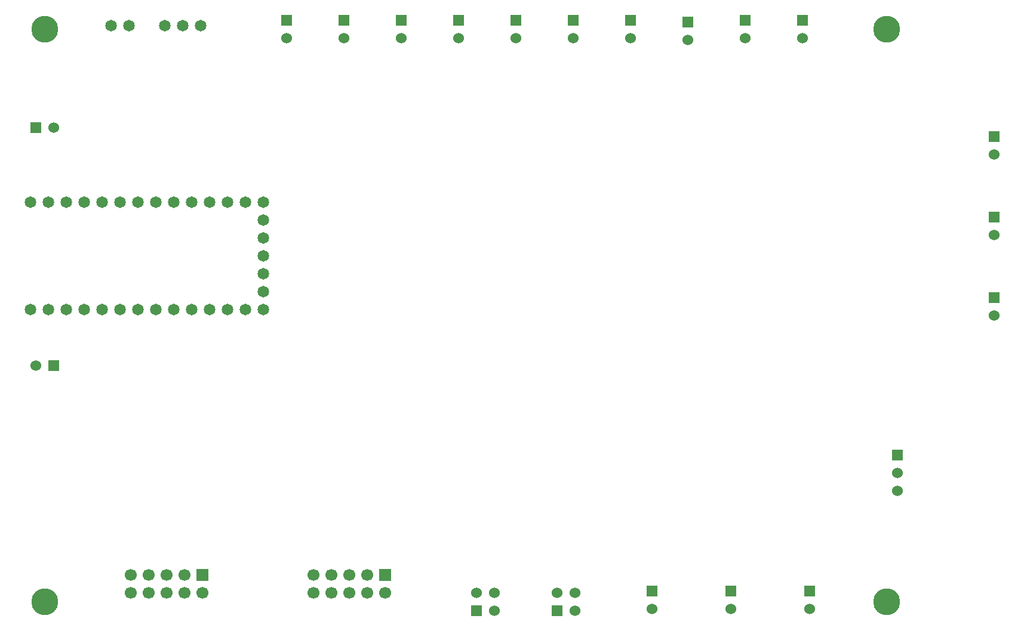
<source format=gbs>
%TF.GenerationSoftware,KiCad,Pcbnew,5.1.7-a382d34a8~87~ubuntu18.04.1*%
%TF.CreationDate,2022-10-25T18:28:54-07:00*%
%TF.ProjectId,potentiostat,706f7465-6e74-4696-9f73-7461742e6b69,rev?*%
%TF.SameCoordinates,Original*%
%TF.FileFunction,Soldermask,Bot*%
%TF.FilePolarity,Negative*%
%FSLAX46Y46*%
G04 Gerber Fmt 4.6, Leading zero omitted, Abs format (unit mm)*
G04 Created by KiCad (PCBNEW 5.1.7-a382d34a8~87~ubuntu18.04.1) date 2022-10-25 18:28:54*
%MOMM*%
%LPD*%
G01*
G04 APERTURE LIST*
%ADD10C,1.651000*%
%ADD11R,1.524000X1.524000*%
%ADD12C,1.524000*%
%ADD13C,1.700000*%
%ADD14R,1.700000X1.700000*%
%ADD15C,3.810000*%
G04 APERTURE END LIST*
D10*
%TO.C,U2*%
X52540000Y-79180000D03*
X55080000Y-79180000D03*
X57620000Y-79180000D03*
X60160000Y-79180000D03*
X62700000Y-79180000D03*
X65240000Y-79180000D03*
X67780000Y-79180000D03*
X70320000Y-79180000D03*
X72860000Y-79180000D03*
X75400000Y-79180000D03*
X77940000Y-79180000D03*
X80480000Y-79180000D03*
X83020000Y-79180000D03*
X85560000Y-79180000D03*
X85560000Y-81720000D03*
X85560000Y-84260000D03*
X85560000Y-86800000D03*
X85560000Y-89340000D03*
X85560000Y-91880000D03*
X85560000Y-94420000D03*
X83020000Y-94420000D03*
X80480000Y-94420000D03*
X77940000Y-94420000D03*
X75400000Y-94420000D03*
X72860000Y-94420000D03*
X70320000Y-94420000D03*
X67780000Y-94420000D03*
X65240000Y-94420000D03*
X62700000Y-94420000D03*
X60160000Y-94420000D03*
X57620000Y-94420000D03*
X55080000Y-94420000D03*
X52540000Y-94420000D03*
%TD*%
D11*
%TO.C,P5*%
X53340000Y-68580000D03*
D12*
X55880000Y-68580000D03*
%TD*%
D11*
%TO.C,K1*%
X175514000Y-115062000D03*
D12*
X175514000Y-117602000D03*
X175514000Y-120142000D03*
%TD*%
D13*
%TO.C,P14*%
X66802000Y-134620000D03*
X66802000Y-132080000D03*
X69342000Y-134620000D03*
X69342000Y-132080000D03*
X71882000Y-134620000D03*
X71882000Y-132080000D03*
X74422000Y-134620000D03*
X74422000Y-132080000D03*
X76962000Y-134620000D03*
D14*
X76962000Y-132080000D03*
%TD*%
D13*
%TO.C,P13*%
X92710000Y-134620000D03*
X92710000Y-132080000D03*
X95250000Y-134620000D03*
X95250000Y-132080000D03*
X97790000Y-134620000D03*
X97790000Y-132080000D03*
X100330000Y-134620000D03*
X100330000Y-132080000D03*
X102870000Y-134620000D03*
D14*
X102870000Y-132080000D03*
%TD*%
D11*
%TO.C,P7*%
X129540000Y-53340000D03*
D12*
X129540000Y-55880000D03*
%TD*%
D11*
%TO.C,P9*%
X137668000Y-53340000D03*
D12*
X137668000Y-55880000D03*
%TD*%
D11*
%TO.C,P20*%
X163068000Y-134366000D03*
D12*
X163068000Y-136906000D03*
%TD*%
%TO.C,P21*%
X145796000Y-56134000D03*
D11*
X145796000Y-53594000D03*
%TD*%
%TO.C,P19*%
X153924000Y-53340000D03*
D12*
X153924000Y-55880000D03*
%TD*%
D11*
%TO.C,P6*%
X121412000Y-53340000D03*
D12*
X121412000Y-55880000D03*
%TD*%
D11*
%TO.C,P10*%
X105156000Y-53340000D03*
D12*
X105156000Y-55880000D03*
%TD*%
D11*
%TO.C,P12*%
X97028000Y-53340000D03*
D12*
X97028000Y-55880000D03*
%TD*%
D11*
%TO.C,P11*%
X88900000Y-53340000D03*
D12*
X88900000Y-55880000D03*
%TD*%
D11*
%TO.C,P4*%
X55880000Y-102362000D03*
D12*
X53340000Y-102362000D03*
%TD*%
D11*
%TO.C,P18*%
X140716000Y-134366000D03*
D12*
X140716000Y-136906000D03*
%TD*%
D11*
%TO.C,P17*%
X151892000Y-134366000D03*
D12*
X151892000Y-136906000D03*
%TD*%
D11*
%TO.C,P8*%
X113284000Y-53340000D03*
D12*
X113284000Y-55880000D03*
%TD*%
D11*
%TO.C,P16*%
X127254000Y-137160000D03*
D12*
X127254000Y-134620000D03*
X129794000Y-137160000D03*
X129794000Y-134620000D03*
%TD*%
D11*
%TO.C,P15*%
X115824000Y-137160000D03*
D12*
X115824000Y-134620000D03*
X118364000Y-137160000D03*
X118364000Y-134620000D03*
%TD*%
D15*
%TO.C,H3*%
X173990000Y-135890000D03*
%TD*%
%TO.C,H4*%
X54610000Y-135890000D03*
%TD*%
%TO.C,H1*%
X54610000Y-54610000D03*
%TD*%
%TO.C,H2*%
X173990000Y-54610000D03*
%TD*%
D11*
%TO.C,P22*%
X162052000Y-53340000D03*
D12*
X162052000Y-55880000D03*
%TD*%
%TO.C,P1*%
X189230000Y-72390000D03*
D11*
X189230000Y-69850000D03*
%TD*%
%TO.C,P2*%
X189230000Y-81280000D03*
D12*
X189230000Y-83820000D03*
%TD*%
%TO.C,P3*%
X189230000Y-95250000D03*
D11*
X189230000Y-92710000D03*
%TD*%
D10*
%TO.C,U6*%
X64008000Y-54102000D03*
X66548000Y-54102000D03*
X71628000Y-54102000D03*
X74168000Y-54102000D03*
X76708000Y-54102000D03*
%TD*%
M02*

</source>
